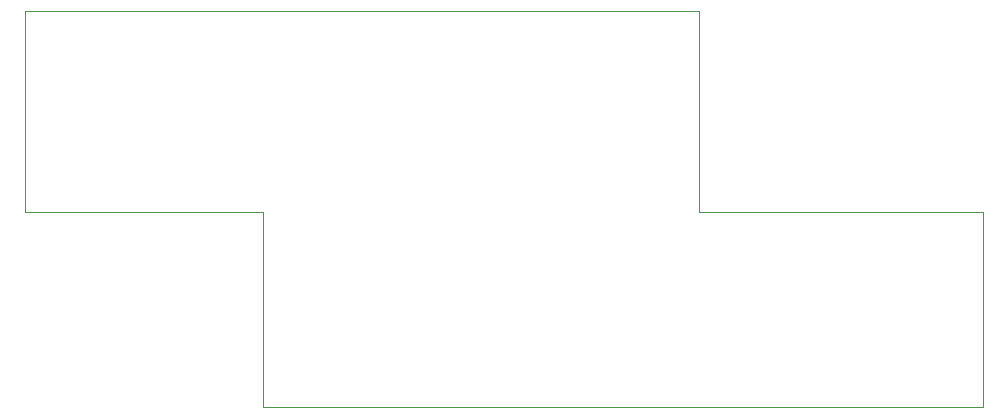
<source format=gbr>
%TF.GenerationSoftware,KiCad,Pcbnew,7.0.10*%
%TF.CreationDate,2024-06-09T02:47:37+01:00*%
%TF.ProjectId,Electron-PS2Slim,456c6563-7472-46f6-9e2d-505332536c69,rev?*%
%TF.SameCoordinates,Original*%
%TF.FileFunction,Profile,NP*%
%FSLAX46Y46*%
G04 Gerber Fmt 4.6, Leading zero omitted, Abs format (unit mm)*
G04 Created by KiCad (PCBNEW 7.0.10) date 2024-06-09 02:47:37*
%MOMM*%
%LPD*%
G01*
G04 APERTURE LIST*
%TA.AperFunction,Profile*%
%ADD10C,0.100000*%
%TD*%
G04 APERTURE END LIST*
D10*
X79925000Y-99075000D02*
X103950000Y-99075000D01*
X103950000Y-115650000D01*
X43000000Y-115650000D01*
X43000000Y-99075000D01*
X22825000Y-99075000D01*
X22825000Y-82050000D01*
X79925000Y-82050000D01*
X79925000Y-99075000D01*
M02*

</source>
